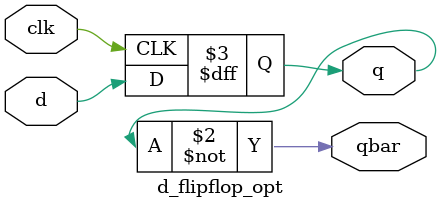
<source format=v>
`timescale 1ns / 1ps


module d_flipflop_opt(
    input clk, d,
    output reg q,
    output qbar
    );
    
    always @ (posedge clk) begin
        q <= d;  
    end
    
    assign qbar = ~q;
    
endmodule

</source>
